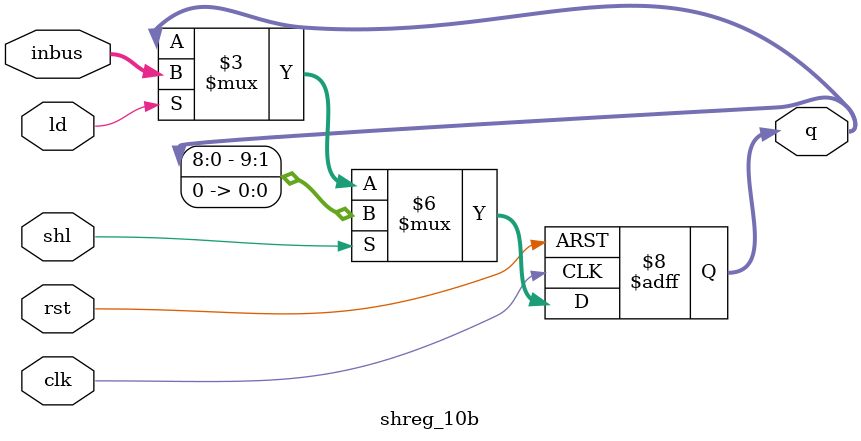
<source format=v>
module shreg_10b (input clk, rst, shl,ld , input [9:0] inbus, output reg [9:0] q);
    always @(posedge clk, posedge rst) begin
        if (rst) q <= 0;
        else if (shl) q <= q << 1;
        else if (ld) q <= inbus;
        end
endmodule


</source>
